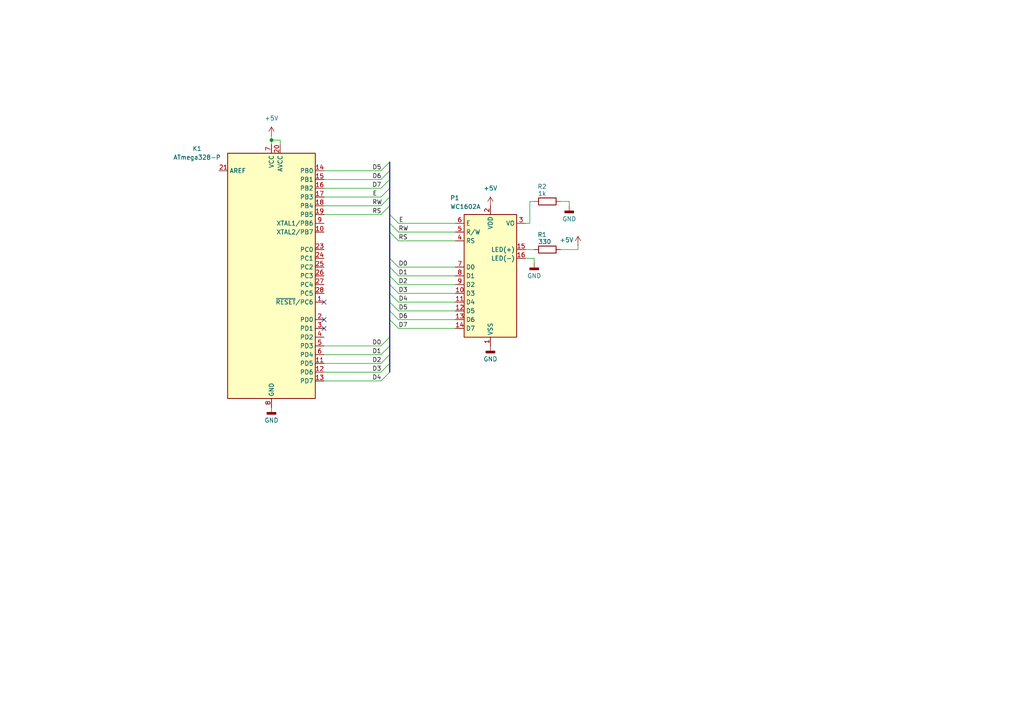
<source format=kicad_sch>
(kicad_sch (version 20250114) (generator "eeschema") (generator_version "9.0")
  (paper "A4")
  (lib_symbols
    (symbol "Device:R" (pin_numbers (hide yes)) (pin_names (offset 0))
      (property "Reference" "R" (at 2.032 0 90))
      (property "Value" "R" (at 0 0 90))
      (symbol "R_0_1"
        (rectangle (start -1.016 -2.54) (end 1.016 2.54) (stroke (width 0.254)))
      )
      (symbol "R_1_1"
        (pin passive line (at 0 3.81 270) (length 1.27) (name "~") (number "1"))
        (pin passive line (at 0 -3.81 90) (length 1.27) (name "~") (number "2"))
      )
    )
    (symbol "Display_Character:WC1602A"
      (property "Reference" "DS" (at -5.842 19.05 0))
      (property "Value" "WC1602A" (at 5.334 19.05 0))
      (symbol "WC1602A_1_1"
        (rectangle (start -7.62 17.78) (end 7.62 -17.78) (stroke (width 0.254)) (fill (type background)))
        (pin input line (at -10.16 15.24 0) (length 2.54) (name "E") (number "6"))
        (pin input line (at -10.16 12.7 0) (length 2.54) (name "R/W") (number "5"))
        (pin input line (at -10.16 10.16 0) (length 2.54) (name "RS") (number "4"))
        (pin input line (at -10.16 2.54 0) (length 2.54) (name "D0") (number "7"))
        (pin input line (at -10.16 0 0) (length 2.54) (name "D1") (number "8"))
        (pin input line (at -10.16 -2.54 0) (length 2.54) (name "D2") (number "9"))
        (pin input line (at -10.16 -5.08 0) (length 2.54) (name "D3") (number "10"))
        (pin input line (at -10.16 -7.62 0) (length 2.54) (name "D4") (number "11"))
        (pin input line (at -10.16 -10.16 0) (length 2.54) (name "D5") (number "12"))
        (pin input line (at -10.16 -12.7 0) (length 2.54) (name "D6") (number "13"))
        (pin input line (at -10.16 -15.24 0) (length 2.54) (name "D7") (number "14"))
        (pin power_in line (at 0 20.32 270) (length 2.54) (name "VDD") (number "2"))
        (pin power_in line (at 0 -20.32 90) (length 2.54) (name "VSS") (number "1"))
        (pin input line (at 10.16 15.24 180) (length 2.54) (name "VO") (number "3"))
        (pin power_in line (at 10.16 7.62 180) (length 2.54) (name "LED(+)") (number "15"))
        (pin power_in line (at 10.16 5.08 180) (length 2.54) (name "LED(-)") (number "16"))
      )
    )
    (symbol "MCU_Microchip_ATmega:ATmega328-P"
      (property "Reference" "U" (at -12.7 36.83 0))
      (property "Value" "ATmega328-P" (at 2.54 -36.83 0))
      (symbol "ATmega328-P_0_1"
        (rectangle (start -12.7 -35.56) (end 12.7 35.56) (stroke (width 0.254)) (fill (type background)))
      )
      (symbol "ATmega328-P_1_1"
        (pin passive line (at -15.24 30.48 0) (length 2.54) (name "AREF") (number "21"))
        (pin power_in line (at 0 38.1 270) (length 2.54) (name "VCC") (number "7"))
        (pin passive line (at 0 -38.1 90) (length 2.54) (hide yes) (name "GND") (number "22"))
        (pin power_in line (at 0 -38.1 90) (length 2.54) (name "GND") (number "8"))
        (pin power_in line (at 2.54 38.1 270) (length 2.54) (name "AVCC") (number "20"))
        (pin bidirectional line (at 15.24 30.48 180) (length 2.54) (name "PB0") (number "14"))
        (pin bidirectional line (at 15.24 27.94 180) (length 2.54) (name "PB1") (number "15"))
        (pin bidirectional line (at 15.24 25.4 180) (length 2.54) (name "PB2") (number "16"))
        (pin bidirectional line (at 15.24 22.86 180) (length 2.54) (name "PB3") (number "17"))
        (pin bidirectional line (at 15.24 20.32 180) (length 2.54) (name "PB4") (number "18"))
        (pin bidirectional line (at 15.24 17.78 180) (length 2.54) (name "PB5") (number "19"))
        (pin bidirectional line (at 15.24 15.24 180) (length 2.54) (name "XTAL1/PB6") (number "9"))
        (pin bidirectional line (at 15.24 12.7 180) (length 2.54) (name "XTAL2/PB7") (number "10"))
        (pin bidirectional line (at 15.24 7.62 180) (length 2.54) (name "PC0") (number "23"))
        (pin bidirectional line (at 15.24 5.08 180) (length 2.54) (name "PC1") (number "24"))
        (pin bidirectional line (at 15.24 2.54 180) (length 2.54) (name "PC2") (number "25"))
        (pin bidirectional line (at 15.24 0 180) (length 2.54) (name "PC3") (number "26"))
        (pin bidirectional line (at 15.24 -2.54 180) (length 2.54) (name "PC4") (number "27"))
        (pin bidirectional line (at 15.24 -5.08 180) (length 2.54) (name "PC5") (number "28"))
        (pin bidirectional line (at 15.24 -7.62 180) (length 2.54) (name "~{RESET}/PC6") (number "1"))
        (pin bidirectional line (at 15.24 -12.7 180) (length 2.54) (name "PD0") (number "2"))
        (pin bidirectional line (at 15.24 -15.24 180) (length 2.54) (name "PD1") (number "3"))
        (pin bidirectional line (at 15.24 -17.78 180) (length 2.54) (name "PD2") (number "4"))
        (pin bidirectional line (at 15.24 -20.32 180) (length 2.54) (name "PD3") (number "5"))
        (pin bidirectional line (at 15.24 -22.86 180) (length 2.54) (name "PD4") (number "6"))
        (pin bidirectional line (at 15.24 -25.4 180) (length 2.54) (name "PD5") (number "11"))
        (pin bidirectional line (at 15.24 -27.94 180) (length 2.54) (name "PD6") (number "12"))
        (pin bidirectional line (at 15.24 -30.48 180) (length 2.54) (name "PD7") (number "13"))
      )
    )
    (symbol "power:+5V" (power) (pin_numbers (hide yes)) (pin_names (offset 0) (hide yes))
      (property "Value" "+5V" (at 0 3.556 0))
      (symbol "+5V_0_1"
        (polyline (pts (xy -0.762 1.27) (xy 0 2.54)))
        (polyline (pts (xy 0 2.54) (xy 0.762 1.27)))
        (polyline (pts (xy 0 0) (xy 0 2.54)))
      )
      (symbol "+5V_1_1"
        (pin power_in line (at 0 0 90) (length 0) (name "~") (number "1"))
      )
    )
    (symbol "power:GNDD" (power) (pin_numbers (hide yes)) (pin_names (offset 0) (hide yes))
      (property "Value" "GNDD" (at 0 -3.175 0))
      (symbol "GNDD_0_1"
        (rectangle (start -1.27 -1.524) (end 1.27 -2.032) (stroke (width 0.254)) (fill (type outline)))
        (polyline (pts (xy 0 0) (xy 0 -1.524)))
      )
      (symbol "GNDD_1_1"
        (pin power_in line (at 0 0 270) (length 0) (name "~") (number "1"))
      )
    )
  )
  (junction (at 78.74 40.64))
  (no_connect (at 93.98 92.71))
  (no_connect (at 93.98 87.63))
  (no_connect (at 93.98 95.25))
  (bus_entry (at 113.03 85.09) (size 2.54 2.54))
  (bus_entry (at 113.03 100.33) (size -2.54 2.54))
  (bus_entry (at 113.03 54.61) (size -2.54 2.54))
  (bus_entry (at 113.03 107.95) (size -2.54 2.54))
  (bus_entry (at 113.03 92.71) (size 2.54 2.54))
  (bus_entry (at 113.03 102.87) (size -2.54 2.54))
  (bus_entry (at 113.03 67.31) (size 2.54 2.54))
  (bus_entry (at 113.03 49.53) (size -2.54 2.54))
  (bus_entry (at 113.03 46.99) (size -2.54 2.54))
  (bus_entry (at 113.03 59.69) (size -2.54 2.54))
  (bus_entry (at 113.03 74.93) (size 2.54 2.54))
  (bus_entry (at 113.03 57.15) (size -2.54 2.54))
  (bus_entry (at 113.03 97.79) (size -2.54 2.54))
  (bus_entry (at 113.03 82.55) (size 2.54 2.54))
  (bus_entry (at 113.03 77.47) (size 2.54 2.54))
  (bus_entry (at 113.03 52.07) (size -2.54 2.54))
  (bus_entry (at 113.03 80.01) (size 2.54 2.54))
  (bus_entry (at 113.03 64.77) (size 2.54 2.54))
  (bus_entry (at 113.03 62.23) (size 2.54 2.54))
  (bus_entry (at 113.03 105.41) (size -2.54 2.54))
  (bus_entry (at 113.03 87.63) (size 2.54 2.54))
  (bus_entry (at 113.03 90.17) (size 2.54 2.54))
  (bus (pts (xy 113.03 52.07) (xy 113.03 54.61)))
  (bus (pts (xy 113.03 64.77) (xy 113.03 67.31)))
  (bus (pts (xy 113.03 100.33) (xy 113.03 102.87)))
  (wire (pts (xy 115.57 67.31) (xy 132.08 67.31)))
  (wire (pts (xy 115.57 80.01) (xy 132.08 80.01)))
  (bus (pts (xy 113.03 62.23) (xy 113.03 64.77)))
  (wire (pts (xy 152.4 74.93) (xy 154.94 74.93)))
  (wire (pts (xy 115.57 82.55) (xy 132.08 82.55)))
  (wire (pts (xy 165.1 58.42) (xy 162.56 58.42)))
  (wire (pts (xy 115.57 92.71) (xy 132.08 92.71)))
  (bus (pts (xy 113.03 49.53) (xy 113.03 52.07)))
  (bus (pts (xy 113.03 54.61) (xy 113.03 57.15)))
  (wire (pts (xy 81.28 41.91) (xy 81.28 40.64)))
  (wire (pts (xy 93.98 107.95) (xy 110.49 107.95)))
  (wire (pts (xy 154.94 58.42) (xy 153.67 58.42)))
  (bus (pts (xy 113.03 97.79) (xy 113.03 100.33)))
  (wire (pts (xy 115.57 77.47) (xy 132.08 77.47)))
  (wire (pts (xy 115.57 90.17) (xy 132.08 90.17)))
  (wire (pts (xy 81.28 40.64) (xy 78.74 40.64)))
  (wire (pts (xy 115.57 85.09) (xy 132.08 85.09)))
  (wire (pts (xy 167.64 72.39) (xy 167.64 71.12)))
  (wire (pts (xy 153.67 58.42) (xy 153.67 64.77)))
  (wire (pts (xy 93.98 105.41) (xy 110.49 105.41)))
  (bus (pts (xy 113.03 105.41) (xy 113.03 107.95)))
  (wire (pts (xy 115.57 64.77) (xy 132.08 64.77)))
  (bus (pts (xy 113.03 90.17) (xy 113.03 92.71)))
  (wire (pts (xy 152.4 72.39) (xy 154.94 72.39)))
  (bus (pts (xy 113.03 46.99) (xy 113.03 49.53)))
  (wire (pts (xy 93.98 59.69) (xy 110.49 59.69)))
  (wire (pts (xy 115.57 87.63) (xy 132.08 87.63)))
  (bus (pts (xy 113.03 67.31) (xy 113.03 74.93)))
  (bus (pts (xy 113.03 87.63) (xy 113.03 90.17)))
  (bus (pts (xy 113.03 92.71) (xy 113.03 97.79)))
  (wire (pts (xy 78.74 40.64) (xy 78.74 41.91)))
  (wire (pts (xy 162.56 72.39) (xy 167.64 72.39)))
  (bus (pts (xy 113.03 102.87) (xy 113.03 105.41)))
  (wire (pts (xy 165.1 59.69) (xy 165.1 58.42)))
  (wire (pts (xy 115.57 95.25) (xy 132.08 95.25)))
  (bus (pts (xy 113.03 80.01) (xy 113.03 82.55)))
  (wire (pts (xy 93.98 57.15) (xy 110.49 57.15)))
  (wire (pts (xy 93.98 102.87) (xy 110.49 102.87)))
  (bus (pts (xy 113.03 57.15) (xy 113.03 59.69)))
  (wire (pts (xy 93.98 110.49) (xy 110.49 110.49)))
  (wire (pts (xy 154.94 74.93) (xy 154.94 76.2)))
  (wire (pts (xy 153.67 64.77) (xy 152.4 64.77)))
  (bus (pts (xy 113.03 77.47) (xy 113.03 80.01)))
  (wire (pts (xy 93.98 100.33) (xy 110.49 100.33)))
  (wire (pts (xy 93.98 54.61) (xy 110.49 54.61)))
  (bus (pts (xy 113.03 85.09) (xy 113.03 87.63)))
  (wire (pts (xy 78.74 39.37) (xy 78.74 40.64)))
  (wire (pts (xy 93.98 62.23) (xy 110.49 62.23)))
  (wire (pts (xy 115.57 69.85) (xy 132.08 69.85)))
  (bus (pts (xy 113.03 59.69) (xy 113.03 62.23)))
  (wire (pts (xy 93.98 52.07) (xy 110.49 52.07)))
  (bus (pts (xy 113.03 74.93) (xy 113.03 77.47)))
  (wire (pts (xy 93.98 49.53) (xy 110.49 49.53)))
  (bus (pts (xy 113.03 82.55) (xy 113.03 85.09)))
  (label "D3" (at 107.95 107.95 0))
  (label "D6" (at 115.5994 92.71 0))
  (label "D0" (at 107.95 100.33 0))
  (label "D7" (at 107.95 54.61 0))
  (label "D2" (at 115.57 82.55 0))
  (label "D6" (at 107.9794 52.07 0))
  (label "D4" (at 107.95 110.49 0))
  (label "D4" (at 115.5994 87.63 0))
  (label "D1" (at 115.57 80.01 0))
  (label "D7" (at 115.57 95.25 0))
  (label "D0" (at 115.57 77.47 0))
  (label "D2" (at 107.95 105.41 0))
  (label "RS" (at 107.95 62.23 0))
  (label "D5" (at 115.5994 90.17 0))
  (label "E" (at 115.6793 64.77 0))
  (label "RW" (at 107.95 59.69 0))
  (label "D1" (at 107.95 102.87 0))
  (label "D3" (at 115.57 85.09 0))
  (label "RW" (at 115.57 67.31 0))
  (label "E" (at 108.0593 57.15 0))
  (label "D5" (at 107.9794 49.53 0))
  (label "RS" (at 115.57 69.85 0))
  (symbol (lib_id "power:GNDD") (at 154.94 76.2 0) (unit 1)
    (property "Reference" "#PWR03" (effects (hide yes)))
    (property "Value" "GND" (at 154.94 80.01 0))
    (property "Description" "Power symbol creates a global label with name \"GNDD\" , digital ground" (effects (hide yes)))
  )
  (symbol (lib_id "power:GNDD") (at 142.24 100.33 0) (unit 1)
    (property "Reference" "#PWR05" (effects (hide yes)))
    (property "Value" "GND" (at 142.24 104.14 0))
    (property "Description" "Power symbol creates a global label with name \"GNDD\" , digital ground" (effects (hide yes)))
  )
  (symbol (lib_id "power:GNDD") (at 165.1 59.69 0) (unit 1)
    (property "Reference" "#PWR07" (effects (hide yes)))
    (property "Value" "GND" (at 165.1 63.5 0))
    (property "Description" "Power symbol creates a global label with name \"GNDD\" , digital ground" (effects (hide yes)))
  )
  (symbol (lib_id "Display_Character:WC1602A") (at 142.24 80.01 0) (unit 1)
    (property "Reference" "P1" (at 130.556 57.404 0) (effects (justify left)))
    (property "Value" "WC1602A" (at 130.556 59.944 0) (effects (justify left)))
    (property "Footprint" "Display:WC1602A" (effects (hide yes)))
    (property "Datasheet" "http://www.wincomlcd.com/pdf/WC1602A-SFYLYHTC06.pdf" (effects (hide yes)))
    (property "Description" "LCD 16x2 Alphanumeric , 8 bit parallel bus, 5V VDD" (effects (hide yes)))
  )
  (symbol (lib_id "MCU_Microchip_ATmega:ATmega328-P") (at 78.74 80.01 0) (unit 1)
    (property "Reference" "K1" (at 57.15 43.1098 0))
    (property "Value" "ATmega328-P" (at 57.15 45.6498 0))
    (property "Footprint" "Package_DIP:DIP-28_W7.62mm" (effects (hide yes)))
    (property "Datasheet" "http://ww1.microchip.com/downloads/en/DeviceDoc/ATmega328_P%20AVR%20MCU%20with%20picoPower%20Technology%20Data%20Sheet%2040001984A.pdf" (effects (hide yes)))
    (property "Description" "20MHz, 32kB Flash, 2kB SRAM, 1kB EEPROM, DIP-28" (effects (hide yes)))
  )
  (symbol (lib_id "power:GNDD") (at 78.74 118.11 0) (unit 1)
    (property "Reference" "#PWR04" (effects (hide yes)))
    (property "Value" "GND" (at 78.74 121.92 0))
    (property "Description" "Power symbol creates a global label with name \"GNDD\" , digital ground" (effects (hide yes)))
  )
  (symbol (lib_id "power:+5V") (at 142.24 59.69 0) (unit 1)
    (property "Reference" "#PWR06" (effects (hide yes)))
    (property "Value" "+5V" (at 142.24 54.61 0))
    (property "Description" "Power symbol creates a global label with name \"+5V\"" (effects (hide yes)))
  )
  (symbol (lib_id "Device:R") (at 158.75 72.39 90) (unit 1)
    (property "Reference" "R1" (at 157.226 68.072 90))
    (property "Value" "330" (at 157.988 70.104 90))
    (property "Description" "Resistor" (effects (hide yes)))
  )
  (symbol (lib_id "power:+5V") (at 167.64 71.12 0) (unit 1)
    (property "Reference" "#PWR02" (effects (hide yes)))
    (property "Value" "+5V" (at 164.338 69.596 0))
    (property "Description" "Power symbol creates a global label with name \"+5V\"" (effects (hide yes)))
  )
  (symbol (lib_id "power:+5V") (at 78.74 39.37 0) (unit 1)
    (property "Reference" "#PWR01" (effects (hide yes)))
    (property "Value" "+5V" (at 78.74 34.29 0))
    (property "Description" "Power symbol creates a global label with name \"+5V\"" (effects (hide yes)))
  )
  (symbol (lib_id "Device:R") (at 158.75 58.42 90) (unit 1)
    (property "Reference" "R2" (at 157.226 54.102 90))
    (property "Value" "1k" (at 157.226 56.134 90))
    (property "Description" "Resistor" (effects (hide yes)))
  )
)
</source>
